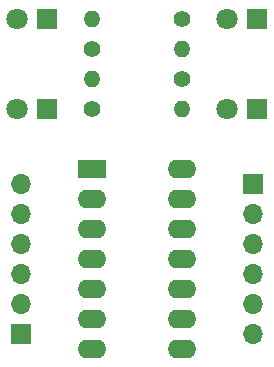
<source format=gbr>
%TF.GenerationSoftware,KiCad,Pcbnew,(6.0.1)*%
%TF.CreationDate,2024-08-30T10:32:37-04:00*%
%TF.ProjectId,FTDI_Monitor,46544449-5f4d-46f6-9e69-746f722e6b69,rev?*%
%TF.SameCoordinates,Original*%
%TF.FileFunction,Soldermask,Top*%
%TF.FilePolarity,Negative*%
%FSLAX46Y46*%
G04 Gerber Fmt 4.6, Leading zero omitted, Abs format (unit mm)*
G04 Created by KiCad (PCBNEW (6.0.1)) date 2024-08-30 10:32:37*
%MOMM*%
%LPD*%
G01*
G04 APERTURE LIST*
%ADD10C,1.400000*%
%ADD11O,1.400000X1.400000*%
%ADD12R,1.800000X1.800000*%
%ADD13C,1.800000*%
%ADD14R,1.700000X1.700000*%
%ADD15O,1.700000X1.700000*%
%ADD16R,2.400000X1.600000*%
%ADD17O,2.400000X1.600000*%
G04 APERTURE END LIST*
D10*
%TO.C,R4*%
X72390000Y-30480000D03*
D11*
X80010000Y-30480000D03*
%TD*%
D10*
%TO.C,R3*%
X80010000Y-27940000D03*
D11*
X72390000Y-27940000D03*
%TD*%
D10*
%TO.C,R2*%
X80010000Y-33020000D03*
D11*
X72390000Y-33020000D03*
%TD*%
D10*
%TO.C,R1*%
X72390000Y-35560000D03*
D11*
X80010000Y-35560000D03*
%TD*%
D12*
%TO.C,D4*%
X86360000Y-27940000D03*
D13*
X83820000Y-27940000D03*
%TD*%
%TO.C,D3*%
X66040000Y-27940000D03*
D12*
X68580000Y-27940000D03*
%TD*%
%TO.C,D2*%
X68580000Y-35560000D03*
D13*
X66040000Y-35560000D03*
%TD*%
D12*
%TO.C,D1*%
X86360000Y-35560000D03*
D13*
X83820000Y-35560000D03*
%TD*%
D14*
%TO.C,BRD2*%
X66351000Y-54610000D03*
D15*
X66351000Y-52070000D03*
X66351000Y-49530000D03*
X66351000Y-46990000D03*
X66351000Y-44450000D03*
X66351000Y-41910000D03*
%TD*%
D14*
%TO.C,BRD1*%
X86049000Y-41910000D03*
D15*
X86049000Y-44450000D03*
X86049000Y-46990000D03*
X86049000Y-49530000D03*
X86049000Y-52070000D03*
X86049000Y-54610000D03*
%TD*%
D16*
%TO.C,U1*%
X72375000Y-40635000D03*
D17*
X72375000Y-43175000D03*
X72375000Y-45715000D03*
X72375000Y-48255000D03*
X72375000Y-50795000D03*
X72375000Y-53335000D03*
X72375000Y-55875000D03*
X79995000Y-55875000D03*
X79995000Y-53335000D03*
X79995000Y-50795000D03*
X79995000Y-48255000D03*
X79995000Y-45715000D03*
X79995000Y-43175000D03*
X79995000Y-40635000D03*
%TD*%
M02*

</source>
